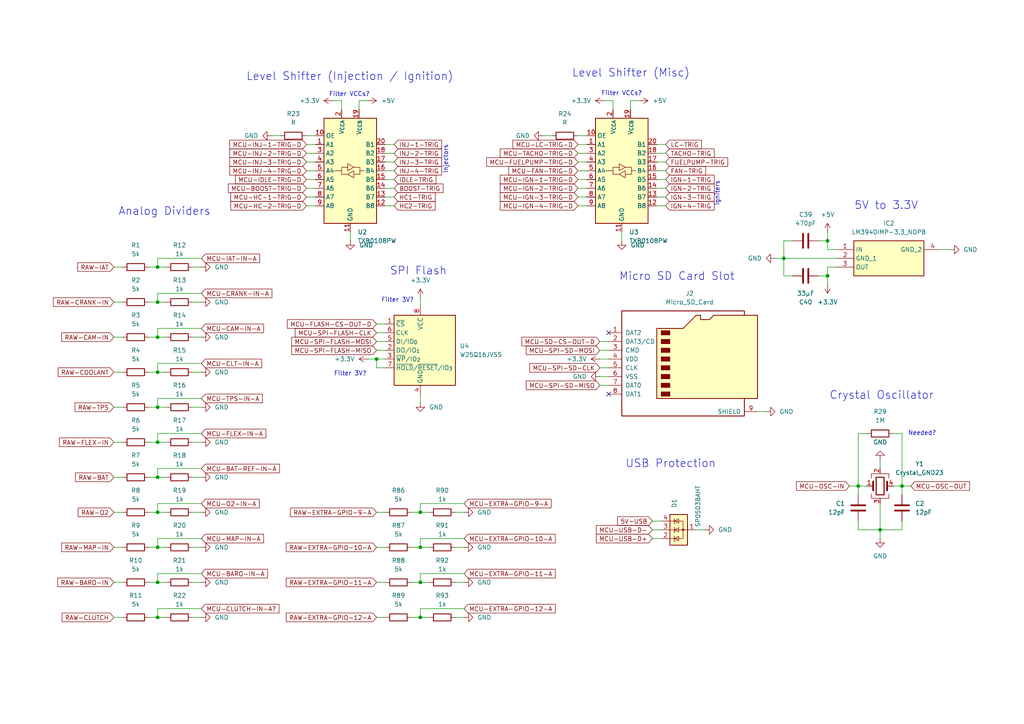
<source format=kicad_sch>
(kicad_sch (version 20250114) (generator "eeschema") (generator_version "9.0")
  (paper "A4")
  (lib_symbols
    (symbol "Connector:Micro_SD_Card" (pin_names (offset 1.016))
      (property "Reference" "J" (at -16.51 15.24 0))
      (property "Value" "Micro_SD_Card" (at 16.51 15.24 0))
      (symbol "Micro_SD_Card_1_1"
        (pin bidirectional line (at -22.86 7.62 0) (length 3.81) (name "DAT2") (number "1"))
        (pin bidirectional line (at -22.86 5.08 0) (length 3.81) (name "DAT3/CD") (number "2"))
        (pin input line (at -22.86 2.54 0) (length 3.81) (name "CMD") (number "3"))
        (pin power_in line (at -22.86 0 0) (length 3.81) (name "VDD") (number "4"))
        (pin input line (at -22.86 -2.54 0) (length 3.81) (name "CLK") (number "5"))
        (pin power_in line (at -22.86 -5.08 0) (length 3.81) (name "VSS") (number "6"))
        (pin bidirectional line (at -22.86 -7.62 0) (length 3.81) (name "DAT0") (number "7"))
        (pin bidirectional line (at -22.86 -10.16 0) (length 3.81) (name "DAT1") (number "8"))
        (pin passive line (at 20.32 -15.24 180) (length 3.81) (name "SHIELD") (number "9"))
      )
    )
    (symbol "Device:C" (pin_numbers (hide yes)) (pin_names (offset 0.254))
      (property "Reference" "C" (at 0.635 2.54 0))
      (property "Value" "C" (at 0.635 -2.54 0))
      (symbol "C_1_1"
        (pin passive line (at 0 3.81 270) (length 2.794) (name "~") (number "1"))
        (pin passive line (at 0 -3.81 90) (length 2.794) (name "~") (number "2"))
      )
    )
    (symbol "Device:Crystal_GND23" (pin_names (offset 1.016) (hide yes))
      (property "Reference" "Y" (at 3.175 5.08 0))
      (property "Value" "Crystal_GND23" (at 3.175 3.175 0))
      (symbol "Crystal_GND23_1_1"
        (pin passive line (at -3.81 0 0) (length 1.27) (name "1") (number "1"))
        (pin passive line (at 0 5.08 270) (length 1.27) (name "2") (number "2"))
        (pin passive line (at 0 -5.08 90) (length 1.27) (name "3") (number "3"))
        (pin passive line (at 3.81 0 180) (length 1.27) (name "4") (number "4"))
      )
    )
    (symbol "Device:R" (pin_numbers (hide yes)) (pin_names (offset 0))
      (property "Reference" "R" (at 2.032 0 90))
      (property "Value" "R" (at 0 0 90))
      (symbol "R_1_1"
        (pin passive line (at 0 3.81 270) (length 1.27) (name "~") (number "1"))
        (pin passive line (at 0 -3.81 90) (length 1.27) (name "~") (number "2"))
      )
    )
    (symbol "Logic_LevelTranslator:TXB0108PW"
      (property "Reference" "U" (at -6.35 16.51 0))
      (property "Value" "TXB0108PW" (at 3.81 16.51 0))
      (symbol "TXB0108PW_1_1"
        (pin input line (at -10.16 10.16 0) (length 2.54) (name "OE") (number "10"))
        (pin bidirectional line (at -10.16 7.62 0) (length 2.54) (name "A1") (number "1"))
        (pin bidirectional line (at -10.16 5.08 0) (length 2.54) (name "A2") (number "3"))
        (pin bidirectional line (at -10.16 2.54 0) (length 2.54) (name "A3") (number "4"))
        (pin bidirectional line (at -10.16 0 0) (length 2.54) (name "A4") (number "5"))
        (pin bidirectional line (at -10.16 -2.54 0) (length 2.54) (name "A5") (number "6"))
        (pin bidirectional line (at -10.16 -5.08 0) (length 2.54) (name "A6") (number "7"))
        (pin bidirectional line (at -10.16 -7.62 0) (length 2.54) (name "A7") (number "8"))
        (pin bidirectional line (at -10.16 -10.16 0) (length 2.54) (name "A8") (number "9"))
        (pin power_in line (at -2.54 17.78 270) (length 2.54) (name "V_{CCA}") (number "2"))
        (pin power_in line (at 0 -17.78 90) (length 2.54) (name "GND") (number "11"))
        (pin power_in line (at 2.54 17.78 270) (length 2.54) (name "V_{CCB}") (number "19"))
        (pin bidirectional line (at 10.16 7.62 180) (length 2.54) (name "B1") (number "20"))
        (pin bidirectional line (at 10.16 5.08 180) (length 2.54) (name "B2") (number "18"))
        (pin bidirectional line (at 10.16 2.54 180) (length 2.54) (name "B3") (number "17"))
        (pin bidirectional line (at 10.16 0 180) (length 2.54) (name "B4") (number "16"))
        (pin bidirectional line (at 10.16 -2.54 180) (length 2.54) (name "B5") (number "15"))
        (pin bidirectional line (at 10.16 -5.08 180) (length 2.54) (name "B6") (number "14"))
        (pin bidirectional line (at 10.16 -7.62 180) (length 2.54) (name "B7") (number "13"))
        (pin bidirectional line (at 10.16 -10.16 180) (length 2.54) (name "B8") (number "12"))
      )
    )
    (symbol "Memory_Flash:W25Q16JVSS"
      (property "Reference" "U" (at -6.35 11.43 0))
      (property "Value" "W25Q16JVSS" (at 7.62 11.43 0))
      (symbol "W25Q16JVSS_1_1"
        (pin input line (at -10.16 7.62 0) (length 2.54) (name "~{CS}") (number "1"))
        (pin input line (at -10.16 5.08 0) (length 2.54) (name "CLK") (number "6"))
        (pin bidirectional line (at -10.16 2.54 0) (length 2.54) (name "DI/IO_{0}") (number "5"))
        (pin bidirectional line (at -10.16 0 0) (length 2.54) (name "DO/IO_{1}") (number "2"))
        (pin bidirectional line (at -10.16 -2.54 0) (length 2.54) (name "~{WP}/IO_{2}") (number "3"))
        (pin bidirectional line (at -10.16 -5.08 0) (length 2.54) (name "~{HOLD}/~{RESET}/IO_{3}") (number "7"))
        (pin power_in line (at 0 12.7 270) (length 2.54) (name "VCC") (number "8"))
        (pin power_in line (at 0 -12.7 90) (length 2.54) (name "GND") (number "4"))
      )
    )
    (symbol "Misc:LM3940IMP-3.3_NOPB"
      (property "Reference" "IC" (at 26.67 7.62 0))
      (property "Value" "LM3940IMP-3.3_NOPB" (at 26.67 5.08 0))
      (symbol "LM3940IMP-3.3_NOPB_1_1"
        (pin passive line (at 0 0 0) (length 5.08) (name "IN") (number "1"))
        (pin passive line (at 0 -2.54 0) (length 5.08) (name "GND_1") (number "2"))
        (pin passive line (at 0 -5.08 0) (length 5.08) (name "OUT") (number "3"))
        (pin passive line (at 30.48 0 180) (length 5.08) (name "GND_2") (number "4"))
      )
    )
    (symbol "Power_Protection:SP0503BAHT" (pin_names (hide yes))
      (property "Reference" "D" (at 5.715 2.54 0))
      (property "Value" "SP0503BAHT" (at 5.715 0.635 0))
      (symbol "SP0503BAHT_0_0"
        (pin passive line (at 0 -5.08 90) (length 2.54) (name "A") (number "1"))
      )
      (symbol "SP0503BAHT_1_1"
        (pin passive line (at -2.54 5.08 270) (length 2.54) (name "K") (number "2"))
        (pin passive line (at 0 5.08 270) (length 2.54) (name "K") (number "3"))
        (pin passive line (at 2.54 5.08 270) (length 2.54) (name "K") (number "4"))
      )
    )
    (symbol "power:+3.3V" (power) (pin_numbers (hide yes)) (pin_names (offset 0) (hide yes))
      (property "Value" "+3.3V" (at 0 3.556 0))
      (symbol "+3.3V_1_1"
        (pin power_in line (at 0 0 90) (length 0) (name "~") (number "1"))
      )
    )
    (symbol "power:+5V" (power) (pin_numbers (hide yes)) (pin_names (offset 0) (hide yes))
      (property "Value" "+5V" (at 0 3.556 0))
      (symbol "+5V_1_1"
        (pin power_in line (at 0 0 90) (length 0) (name "~") (number "1"))
      )
    )
    (symbol "power:GND" (power) (pin_numbers (hide yes)) (pin_names (offset 0) (hide yes))
      (property "Value" "GND" (at 0 -3.81 0))
      (symbol "GND_1_1"
        (pin power_in line (at 0 0 270) (length 0) (name "~") (number "1"))
      )
    )
  )
  (text "5V to 3.3V" (at 257.048 59.69 0) (effects (font (size 2.286 2.286))))
  (text "Filter VCCs?" (at 180.34 27.178 0) (effects (font (size 1.27 1.27))))
  (text "Injectors" (at 129.286 46.228 90) (effects (font (size 1.27 1.27))))
  (text "Filter 3V?" (at 101.6 108.458 0) (effects (font (size 1.27 1.27))))
  (text "Filter VCCs?" (at 101.346 27.432 0) (effects (font (size 1.27 1.27))))
  (text "Crystal Oscillator" (at 240.538 116.078 0) (effects (font (size 2.286 2.286)) (justify left bottom)))
  (text "SPI Flash" (at 113.03 80.01 0) (effects (font (size 2.286 2.286)) (justify left bottom)))
  (text "Micro SD Card Slot" (at 196.342 80.264 0) (effects (font (size 2.286 2.286))))
  (text "USB Protection" (at 181.356 135.89 0) (effects (font (size 2.286 2.286)) (justify left bottom)))
  (text "Needed?" (at 267.462 125.73 0) (effects (font (size 1.27 1.27))))
  (text "Level Shifter (Injection / Ignition)" (at 71.374 23.622 0) (effects (font (size 2.286 2.286)) (justify left bottom)))
  (text "Igniters" (at 208.026 56.134 90) (effects (font (size 1.27 1.27))))
  (text "Filter 3V?" (at 115.316 87.122 0) (effects (font (size 1.27 1.27))))
  (text "Level Shifter (Misc)" (at 165.862 22.606 0) (effects (font (size 2.286 2.286)) (justify left bottom)))
  (text "Analog Dividers" (at 34.29 62.738 0) (effects (font (size 2.286 2.286)) (justify left bottom)))
  (junction (at 240.03 80.01))
  (junction (at 121.92 179.07))
  (junction (at 45.72 148.59))
  (junction (at 45.72 158.75))
  (junction (at 45.72 128.27))
  (junction (at 255.27 153.67))
  (junction (at 45.72 107.95))
  (junction (at 45.72 168.91))
  (junction (at 121.92 168.91))
  (junction (at 227.33 74.93))
  (junction (at 45.72 77.47))
  (junction (at 45.72 138.43))
  (junction (at 45.72 118.11))
  (junction (at 45.72 97.79))
  (junction (at 261.62 140.97))
  (junction (at 45.72 179.07))
  (junction (at 240.03 69.85))
  (junction (at 248.92 140.97))
  (junction (at 121.92 148.59))
  (junction (at 109.22 104.14))
  (junction (at 121.92 158.75))
  (junction (at 45.72 87.63))
  (no_connect (at 176.53 96.52))
  (no_connect (at 176.53 114.3))
  (wire (pts (xy 111.76 59.69) (xy 114.3 59.69)))
  (wire (pts (xy 121.92 156.21) (xy 121.92 158.75)))
  (wire (pts (xy 201.93 153.67) (xy 204.47 153.67)))
  (wire (pts (xy 173.99 99.06) (xy 176.53 99.06)))
  (wire (pts (xy 45.72 176.53) (xy 58.42 176.53)))
  (wire (pts (xy 96.52 29.21) (xy 99.06 29.21)))
  (wire (pts (xy 45.72 168.91) (xy 48.26 168.91)))
  (wire (pts (xy 58.42 125.73) (xy 45.72 125.73)))
  (wire (pts (xy 167.64 59.69) (xy 170.18 59.69)))
  (wire (pts (xy 182.88 29.21) (xy 185.42 29.21)))
  (wire (pts (xy 177.8 29.21) (xy 175.26 29.21)))
  (wire (pts (xy 121.92 148.59) (xy 124.46 148.59)))
  (wire (pts (xy 261.62 140.97) (xy 264.16 140.97)))
  (wire (pts (xy 33.02 118.11) (xy 35.56 118.11)))
  (wire (pts (xy 261.62 153.67) (xy 255.27 153.67)))
  (wire (pts (xy 55.88 77.47) (xy 58.42 77.47)))
  (wire (pts (xy 190.5 41.91) (xy 193.04 41.91)))
  (wire (pts (xy 58.42 146.05) (xy 45.72 146.05)))
  (wire (pts (xy 109.22 148.59) (xy 111.76 148.59)))
  (wire (pts (xy 45.72 85.09) (xy 58.42 85.09)))
  (wire (pts (xy 43.18 97.79) (xy 45.72 97.79)))
  (wire (pts (xy 55.88 87.63) (xy 58.42 87.63)))
  (wire (pts (xy 240.03 80.01) (xy 240.03 82.55)))
  (wire (pts (xy 111.76 57.15) (xy 114.3 57.15)))
  (wire (pts (xy 189.23 153.67) (xy 191.77 153.67)))
  (wire (pts (xy 109.22 96.52) (xy 111.76 96.52)))
  (wire (pts (xy 55.88 158.75) (xy 58.42 158.75)))
  (wire (pts (xy 119.38 168.91) (xy 121.92 168.91)))
  (wire (pts (xy 248.92 151.13) (xy 248.92 153.67)))
  (wire (pts (xy 240.03 77.47) (xy 242.57 77.47)))
  (wire (pts (xy 55.88 148.59) (xy 58.42 148.59)))
  (wire (pts (xy 190.5 54.61) (xy 193.04 54.61)))
  (wire (pts (xy 109.22 106.68) (xy 109.22 104.14)))
  (wire (pts (xy 33.02 128.27) (xy 35.56 128.27)))
  (wire (pts (xy 55.88 107.95) (xy 58.42 107.95)))
  (wire (pts (xy 43.18 107.95) (xy 45.72 107.95)))
  (wire (pts (xy 119.38 179.07) (xy 121.92 179.07)))
  (wire (pts (xy 167.64 49.53) (xy 170.18 49.53)))
  (wire (pts (xy 104.14 29.21) (xy 104.14 31.75)))
  (wire (pts (xy 109.22 104.14) (xy 111.76 104.14)))
  (wire (pts (xy 240.03 67.31) (xy 240.03 69.85)))
  (wire (pts (xy 182.88 31.75) (xy 182.88 29.21)))
  (wire (pts (xy 111.76 52.07) (xy 114.3 52.07)))
  (wire (pts (xy 33.02 179.07) (xy 35.56 179.07)))
  (wire (pts (xy 259.08 140.97) (xy 261.62 140.97)))
  (wire (pts (xy 248.92 153.67) (xy 255.27 153.67)))
  (wire (pts (xy 167.64 52.07) (xy 170.18 52.07)))
  (wire (pts (xy 173.99 109.22) (xy 176.53 109.22)))
  (wire (pts (xy 121.92 156.21) (xy 134.62 156.21)))
  (wire (pts (xy 45.72 148.59) (xy 48.26 148.59)))
  (wire (pts (xy 132.08 148.59) (xy 134.62 148.59)))
  (wire (pts (xy 189.23 151.13) (xy 191.77 151.13)))
  (wire (pts (xy 88.9 54.61) (xy 91.44 54.61)))
  (wire (pts (xy 132.08 168.91) (xy 134.62 168.91)))
  (wire (pts (xy 88.9 52.07) (xy 91.44 52.07)))
  (wire (pts (xy 227.33 74.93) (xy 242.57 74.93)))
  (wire (pts (xy 55.88 97.79) (xy 58.42 97.79)))
  (wire (pts (xy 45.72 156.21) (xy 58.42 156.21)))
  (wire (pts (xy 173.99 111.76) (xy 176.53 111.76)))
  (wire (pts (xy 229.87 69.85) (xy 227.33 69.85)))
  (wire (pts (xy 173.99 106.68) (xy 176.53 106.68)))
  (wire (pts (xy 45.72 176.53) (xy 45.72 179.07)))
  (wire (pts (xy 45.72 128.27) (xy 48.26 128.27)))
  (wire (pts (xy 45.72 118.11) (xy 48.26 118.11)))
  (wire (pts (xy 45.72 105.41) (xy 58.42 105.41)))
  (wire (pts (xy 43.18 158.75) (xy 45.72 158.75)))
  (wire (pts (xy 190.5 44.45) (xy 193.04 44.45)))
  (wire (pts (xy 246.38 140.97) (xy 248.92 140.97)))
  (wire (pts (xy 43.18 179.07) (xy 45.72 179.07)))
  (wire (pts (xy 167.64 57.15) (xy 170.18 57.15)))
  (wire (pts (xy 111.76 46.99) (xy 114.3 46.99)))
  (wire (pts (xy 45.72 115.57) (xy 45.72 118.11)))
  (wire (pts (xy 167.64 46.99) (xy 170.18 46.99)))
  (wire (pts (xy 132.08 158.75) (xy 134.62 158.75)))
  (wire (pts (xy 99.06 29.21) (xy 99.06 31.75)))
  (wire (pts (xy 167.64 44.45) (xy 170.18 44.45)))
  (wire (pts (xy 237.49 69.85) (xy 240.03 69.85)))
  (wire (pts (xy 106.68 104.14) (xy 109.22 104.14)))
  (wire (pts (xy 121.92 86.36) (xy 121.92 88.9)))
  (wire (pts (xy 240.03 80.01) (xy 240.03 77.47)))
  (wire (pts (xy 111.76 41.91) (xy 114.3 41.91)))
  (wire (pts (xy 45.72 97.79) (xy 48.26 97.79)))
  (wire (pts (xy 248.92 140.97) (xy 248.92 143.51)))
  (wire (pts (xy 45.72 156.21) (xy 45.72 158.75)))
  (wire (pts (xy 134.62 146.05) (xy 121.92 146.05)))
  (wire (pts (xy 58.42 95.25) (xy 45.72 95.25)))
  (wire (pts (xy 121.92 176.53) (xy 134.62 176.53)))
  (wire (pts (xy 101.6 69.85) (xy 101.6 67.31)))
  (wire (pts (xy 261.62 125.73) (xy 261.62 140.97)))
  (wire (pts (xy 189.23 156.21) (xy 191.77 156.21)))
  (wire (pts (xy 219.71 119.38) (xy 222.25 119.38)))
  (wire (pts (xy 45.72 74.93) (xy 45.72 77.47)))
  (wire (pts (xy 240.03 72.39) (xy 240.03 69.85)))
  (wire (pts (xy 55.88 118.11) (xy 58.42 118.11)))
  (wire (pts (xy 119.38 148.59) (xy 121.92 148.59)))
  (wire (pts (xy 88.9 39.37) (xy 91.44 39.37)))
  (wire (pts (xy 45.72 166.37) (xy 45.72 168.91)))
  (wire (pts (xy 227.33 74.93) (xy 224.79 74.93)))
  (wire (pts (xy 109.22 99.06) (xy 111.76 99.06)))
  (wire (pts (xy 55.88 179.07) (xy 58.42 179.07)))
  (wire (pts (xy 106.68 29.21) (xy 104.14 29.21)))
  (wire (pts (xy 173.99 101.6) (xy 176.53 101.6)))
  (wire (pts (xy 88.9 41.91) (xy 91.44 41.91)))
  (wire (pts (xy 190.5 52.07) (xy 193.04 52.07)))
  (wire (pts (xy 121.92 179.07) (xy 124.46 179.07)))
  (wire (pts (xy 45.72 87.63) (xy 48.26 87.63)))
  (wire (pts (xy 173.99 104.14) (xy 176.53 104.14)))
  (wire (pts (xy 240.03 72.39) (xy 242.57 72.39)))
  (wire (pts (xy 121.92 146.05) (xy 121.92 148.59)))
  (wire (pts (xy 33.02 97.79) (xy 35.56 97.79)))
  (wire (pts (xy 45.72 135.89) (xy 45.72 138.43)))
  (wire (pts (xy 180.34 67.31) (xy 180.34 69.85)))
  (wire (pts (xy 167.64 39.37) (xy 170.18 39.37)))
  (wire (pts (xy 55.88 168.91) (xy 58.42 168.91)))
  (wire (pts (xy 58.42 74.93) (xy 45.72 74.93)))
  (wire (pts (xy 119.38 158.75) (xy 121.92 158.75)))
  (wire (pts (xy 109.22 179.07) (xy 111.76 179.07)))
  (wire (pts (xy 132.08 179.07) (xy 134.62 179.07)))
  (wire (pts (xy 33.02 77.47) (xy 35.56 77.47)))
  (wire (pts (xy 88.9 59.69) (xy 91.44 59.69)))
  (wire (pts (xy 121.92 158.75) (xy 124.46 158.75)))
  (wire (pts (xy 121.92 166.37) (xy 121.92 168.91)))
  (wire (pts (xy 111.76 54.61) (xy 114.3 54.61)))
  (wire (pts (xy 43.18 118.11) (xy 45.72 118.11)))
  (wire (pts (xy 45.72 125.73) (xy 45.72 128.27)))
  (wire (pts (xy 88.9 49.53) (xy 91.44 49.53)))
  (wire (pts (xy 78.74 39.37) (xy 81.28 39.37)))
  (wire (pts (xy 45.72 95.25) (xy 45.72 97.79)))
  (wire (pts (xy 255.27 146.05) (xy 255.27 153.67)))
  (wire (pts (xy 157.48 39.37) (xy 160.02 39.37)))
  (wire (pts (xy 45.72 115.57) (xy 58.42 115.57)))
  (wire (pts (xy 33.02 168.91) (xy 35.56 168.91)))
  (wire (pts (xy 167.64 54.61) (xy 170.18 54.61)))
  (wire (pts (xy 43.18 168.91) (xy 45.72 168.91)))
  (wire (pts (xy 45.72 107.95) (xy 48.26 107.95)))
  (wire (pts (xy 43.18 148.59) (xy 45.72 148.59)))
  (wire (pts (xy 55.88 128.27) (xy 58.42 128.27)))
  (wire (pts (xy 45.72 146.05) (xy 45.72 148.59)))
  (wire (pts (xy 43.18 87.63) (xy 45.72 87.63)))
  (wire (pts (xy 55.88 138.43) (xy 58.42 138.43)))
  (wire (pts (xy 229.87 80.01) (xy 227.33 80.01)))
  (wire (pts (xy 43.18 128.27) (xy 45.72 128.27)))
  (wire (pts (xy 88.9 46.99) (xy 91.44 46.99)))
  (wire (pts (xy 255.27 153.67) (xy 255.27 156.21)))
  (wire (pts (xy 58.42 135.89) (xy 45.72 135.89)))
  (wire (pts (xy 45.72 105.41) (xy 45.72 107.95)))
  (wire (pts (xy 109.22 93.98) (xy 111.76 93.98)))
  (wire (pts (xy 261.62 151.13) (xy 261.62 153.67)))
  (wire (pts (xy 88.9 57.15) (xy 91.44 57.15)))
  (wire (pts (xy 121.92 114.3) (xy 121.92 116.84)))
  (wire (pts (xy 45.72 138.43) (xy 48.26 138.43)))
  (wire (pts (xy 121.92 166.37) (xy 134.62 166.37)))
  (wire (pts (xy 255.27 133.35) (xy 255.27 135.89)))
  (wire (pts (xy 45.72 77.47) (xy 48.26 77.47)))
  (wire (pts (xy 33.02 87.63) (xy 35.56 87.63)))
  (wire (pts (xy 190.5 59.69) (xy 193.04 59.69)))
  (wire (pts (xy 33.02 148.59) (xy 35.56 148.59)))
  (wire (pts (xy 111.76 44.45) (xy 114.3 44.45)))
  (wire (pts (xy 45.72 85.09) (xy 45.72 87.63)))
  (wire (pts (xy 109.22 101.6) (xy 111.76 101.6)))
  (wire (pts (xy 190.5 49.53) (xy 193.04 49.53)))
  (wire (pts (xy 177.8 31.75) (xy 177.8 29.21)))
  (wire (pts (xy 109.22 158.75) (xy 111.76 158.75)))
  (wire (pts (xy 251.46 140.97) (xy 248.92 140.97)))
  (wire (pts (xy 237.49 80.01) (xy 240.03 80.01)))
  (wire (pts (xy 121.92 176.53) (xy 121.92 179.07)))
  (wire (pts (xy 43.18 77.47) (xy 45.72 77.47)))
  (wire (pts (xy 273.05 72.39) (xy 275.59 72.39)))
  (wire (pts (xy 261.62 140.97) (xy 261.62 143.51)))
  (wire (pts (xy 33.02 138.43) (xy 35.56 138.43)))
  (wire (pts (xy 45.72 166.37) (xy 58.42 166.37)))
  (wire (pts (xy 88.9 44.45) (xy 91.44 44.45)))
  (wire (pts (xy 45.72 158.75) (xy 48.26 158.75)))
  (wire (pts (xy 109.22 168.91) (xy 111.76 168.91)))
  (wire (pts (xy 248.92 140.97) (xy 248.92 125.73)))
  (wire (pts (xy 248.92 125.73) (xy 251.46 125.73)))
  (wire (pts (xy 259.08 125.73) (xy 261.62 125.73)))
  (wire (pts (xy 111.76 49.53) (xy 114.3 49.53)))
  (wire (pts (xy 190.5 46.99) (xy 193.04 46.99)))
  (wire (pts (xy 167.64 41.91) (xy 170.18 41.91)))
  (wire (pts (xy 121.92 168.91) (xy 124.46 168.91)))
  (wire (pts (xy 227.33 74.93) (xy 227.33 80.01)))
  (wire (pts (xy 227.33 69.85) (xy 227.33 74.93)))
  (wire (pts (xy 45.72 179.07) (xy 48.26 179.07)))
  (wire (pts (xy 111.76 106.68) (xy 109.22 106.68)))
  (wire (pts (xy 43.18 138.43) (xy 45.72 138.43)))
  (wire (pts (xy 190.5 57.15) (xy 193.04 57.15)))
  (wire (pts (xy 33.02 158.75) (xy 35.56 158.75)))
  (wire (pts (xy 33.02 107.95) (xy 35.56 107.95)))
  (global_label "MCU-USB-D+" (shape input) (at 189.23 156.21 180) (property "Intersheetrefs" "${INTERSHEET_REFS}" (effects (hide yes))))
  (global_label "MCU-INJ-1-TRIG-D" (shape input) (at 88.9 41.91 180) (property "Intersheetrefs" "${INTERSHEET_REFS}" (effects (hide yes))))
  (global_label "IGN-3-TRIG" (shape input) (at 193.04 57.15 0) (property "Intersheetrefs" "${INTERSHEET_REFS}" (effects (hide yes))))
  (global_label "MCU-CRANK-IN-A" (shape input) (at 58.42 85.09 0) (property "Intersheetrefs" "${INTERSHEET_REFS}" (effects (hide yes))))
  (global_label "5V-USB" (shape input) (at 189.23 151.13 180) (property "Intersheetrefs" "${INTERSHEET_REFS}" (effects (hide yes))))
  (global_label "MCU-FAN-TRIG-D" (shape input) (at 167.64 49.53 180) (property "Intersheetrefs" "${INTERSHEET_REFS}" (effects (hide yes))))
  (global_label "MCU-FLASH-CS-OUT-D" (shape input) (at 109.22 93.98 180) (property "Intersheetrefs" "${INTERSHEET_REFS}" (effects (hide yes))))
  (global_label "MCU-TPS-IN-A" (shape input) (at 58.42 115.57 0) (property "Intersheetrefs" "${INTERSHEET_REFS}" (effects (hide yes))))
  (global_label "HC1-TRIG" (shape input) (at 114.3 57.15 0) (property "Intersheetrefs" "${INTERSHEET_REFS}" (effects (hide yes))))
  (global_label "RAW-EXTRA-GPIO-11-A" (shape input) (at 109.22 168.91 180) (property "Intersheetrefs" "${INTERSHEET_REFS}" (effects (hide yes))))
  (global_label "RAW-BAT" (shape input) (at 33.02 138.43 180) (property "Intersheetrefs" "${INTERSHEET_REFS}" (effects (hide yes))))
  (global_label "MCU-OSC-IN" (shape input) (at 246.38 140.97 180) (property "Intersheetrefs" "${INTERSHEET_REFS}" (effects (hide yes))))
  (global_label "MCU-SPI-SD-MISO" (shape input) (at 173.99 111.76 180) (property "Intersheetrefs" "${INTERSHEET_REFS}" (effects (hide yes))))
  (global_label "RAW-EXTRA-GPIO-12-A" (shape input) (at 109.22 179.07 180) (property "Intersheetrefs" "${INTERSHEET_REFS}" (effects (hide yes))))
  (global_label "IGN-1-TRIG" (shape input) (at 193.04 52.07 0) (property "Intersheetrefs" "${INTERSHEET_REFS}" (effects (hide yes))))
  (global_label "RAW-BARO-IN" (shape input) (at 33.02 168.91 180) (property "Intersheetrefs" "${INTERSHEET_REFS}" (effects (hide yes))))
  (global_label "RAW-CAM-IN" (shape input) (at 33.02 97.79 180) (property "Intersheetrefs" "${INTERSHEET_REFS}" (effects (hide yes))))
  (global_label "MCU-EXTRA-GPIO-10-A" (shape input) (at 134.62 156.21 0) (property "Intersheetrefs" "${INTERSHEET_REFS}" (effects (hide yes))))
  (global_label "MCU-LC-TRIG-D" (shape input) (at 167.64 41.91 180) (property "Intersheetrefs" "${INTERSHEET_REFS}" (effects (hide yes))))
  (global_label "MCU-CLT-IN-A" (shape input) (at 58.42 105.41 0) (property "Intersheetrefs" "${INTERSHEET_REFS}" (effects (hide yes))))
  (global_label "MCU-CLUTCH-IN-A?" (shape input) (at 58.42 176.53 0) (property "Intersheetrefs" "${INTERSHEET_REFS}" (effects (hide yes))))
  (global_label "MCU-IGN-4-TRIG-D" (shape input) (at 167.64 59.69 180) (property "Intersheetrefs" "${INTERSHEET_REFS}" (effects (hide yes))))
  (global_label "MCU-SPI-FLASH-MOSI" (shape input) (at 109.22 99.06 180) (property "Intersheetrefs" "${INTERSHEET_REFS}" (effects (hide yes))))
  (global_label "MCU-BAT-REF-IN-A" (shape input) (at 58.42 135.89 0) (property "Intersheetrefs" "${INTERSHEET_REFS}" (effects (hide yes))))
  (global_label "RAW-CLUTCH" (shape input) (at 33.02 179.07 180) (property "Intersheetrefs" "${INTERSHEET_REFS}" (effects (hide yes))))
  (global_label "IDLE-TRIG" (shape input) (at 114.3 52.07 0) (property "Intersheetrefs" "${INTERSHEET_REFS}" (effects (hide yes))))
  (global_label "MCU-O2-IN-A" (shape input) (at 58.42 146.05 0) (property "Intersheetrefs" "${INTERSHEET_REFS}" (effects (hide yes))))
  (global_label "MCU-IGN-1-TRIG-D" (shape input) (at 167.64 52.07 180) (property "Intersheetrefs" "${INTERSHEET_REFS}" (effects (hide yes))))
  (global_label "MCU-SPI-SD-MOSI" (shape input) (at 173.99 101.6 180) (property "Intersheetrefs" "${INTERSHEET_REFS}" (effects (hide yes))))
  (global_label "HC2-TRIG" (shape input) (at 114.3 59.69 0) (property "Intersheetrefs" "${INTERSHEET_REFS}" (effects (hide yes))))
  (global_label "IGN-4-TRIG" (shape input) (at 193.04 59.69 0) (property "Intersheetrefs" "${INTERSHEET_REFS}" (effects (hide yes))))
  (global_label "MCU-INJ-4-TRIG-D" (shape input) (at 88.9 49.53 180) (property "Intersheetrefs" "${INTERSHEET_REFS}" (effects (hide yes))))
  (global_label "MCU-EXTRA-GPIO-11-A" (shape input) (at 134.62 166.37 0) (property "Intersheetrefs" "${INTERSHEET_REFS}" (effects (hide yes))))
  (global_label "MCU-BARO-IN-A" (shape input) (at 58.42 166.37 0) (property "Intersheetrefs" "${INTERSHEET_REFS}" (effects (hide yes))))
  (global_label "RAW-MAP-IN" (shape input) (at 33.02 158.75 180) (property "Intersheetrefs" "${INTERSHEET_REFS}" (effects (hide yes))))
  (global_label "MCU-IAT-IN-A" (shape input) (at 58.42 74.93 0) (property "Intersheetrefs" "${INTERSHEET_REFS}" (effects (hide yes))))
  (global_label "MCU-IGN-3-TRIG-D" (shape input) (at 167.64 57.15 180) (property "Intersheetrefs" "${INTERSHEET_REFS}" (effects (hide yes))))
  (global_label "MCU-EXTRA-GPIO-9-A" (shape input) (at 134.62 146.05 0) (property "Intersheetrefs" "${INTERSHEET_REFS}" (effects (hide yes))))
  (global_label "IGN-2-TRIG" (shape input) (at 193.04 54.61 0) (property "Intersheetrefs" "${INTERSHEET_REFS}" (effects (hide yes))))
  (global_label "MCU-SPI-SD-CLK" (shape input) (at 173.99 106.68 180) (property "Intersheetrefs" "${INTERSHEET_REFS}" (effects (hide yes))))
  (global_label "INJ-1-TRIG" (shape input) (at 114.3 41.91 0) (property "Intersheetrefs" "${INTERSHEET_REFS}" (effects (hide yes))))
  (global_label "MCU-IDLE-TRIG-D" (shape input) (at 88.9 52.07 180) (property "Intersheetrefs" "${INTERSHEET_REFS}" (effects (hide yes))))
  (global_label "MCU-SPI-FLASH-MISO" (shape input) (at 109.22 101.6 180) (property "Intersheetrefs" "${INTERSHEET_REFS}" (effects (hide yes))))
  (global_label "TACHO-TRIG" (shape input) (at 193.04 44.45 0) (property "Intersheetrefs" "${INTERSHEET_REFS}" (effects (hide yes))))
  (global_label "MCU-TACHO-TRIG-D" (shape input) (at 167.64 44.45 180) (property "Intersheetrefs" "${INTERSHEET_REFS}" (effects (hide yes))))
  (global_label "MCU-HC-2-TRIG-D" (shape input) (at 88.9 59.69 180) (property "Intersheetrefs" "${INTERSHEET_REFS}" (effects (hide yes))))
  (global_label "INJ-4-TRIG" (shape input) (at 114.3 49.53 0) (property "Intersheetrefs" "${INTERSHEET_REFS}" (effects (hide yes))))
  (global_label "MCU-EXTRA-GPIO-12-A" (shape input) (at 134.62 176.53 0) (property "Intersheetrefs" "${INTERSHEET_REFS}" (effects (hide yes))))
  (global_label "RAW-TPS" (shape input) (at 33.02 118.11 180) (property "Intersheetrefs" "${INTERSHEET_REFS}" (effects (hide yes))))
  (global_label "MCU-HC-1-TRIG-D" (shape input) (at 88.9 57.15 180) (property "Intersheetrefs" "${INTERSHEET_REFS}" (effects (hide yes))))
  (global_label "RAW-FLEX-IN" (shape input) (at 33.02 128.27 180) (property "Intersheetrefs" "${INTERSHEET_REFS}" (effects (hide yes))))
  (global_label "RAW-EXTRA-GPIO-9-A" (shape input) (at 109.22 148.59 180) (property "Intersheetrefs" "${INTERSHEET_REFS}" (effects (hide yes))))
  (global_label "RAW-CRANK-IN" (shape input) (at 33.02 87.63 180) (property "Intersheetrefs" "${INTERSHEET_REFS}" (effects (hide yes))))
  (global_label "MCU-SPI-FLASH-CLK" (shape input) (at 109.22 96.52 180) (property "Intersheetrefs" "${INTERSHEET_REFS}" (effects (hide yes))))
  (global_label "FAN-TRIG" (shape input) (at 193.04 49.53 0) (property "Intersheetrefs" "${INTERSHEET_REFS}" (effects (hide yes))))
  (global_label "MCU-OSC-OUT" (shape input) (at 264.16 140.97 0) (property "Intersheetrefs" "${INTERSHEET_REFS}" (effects (hide yes))))
  (global_label "MCU-IGN-2-TRIG-D" (shape input) (at 167.64 54.61 180) (property "Intersheetrefs" "${INTERSHEET_REFS}" (effects (hide yes))))
  (global_label "FUELPUMP-TRIG" (shape input) (at 193.04 46.99 0) (property "Intersheetrefs" "${INTERSHEET_REFS}" (effects (hide yes))))
  (global_label "MCU-FLEX-IN-A" (shape input) (at 58.42 125.73 0) (property "Intersheetrefs" "${INTERSHEET_REFS}" (effects (hide yes))))
  (global_label "MCU-FUELPUMP-TRIG-D" (shape input) (at 167.64 46.99 180) (property "Intersheetrefs" "${INTERSHEET_REFS}" (effects (hide yes))))
  (global_label "MCU-USB-D-" (shape input) (at 189.23 153.67 180) (property "Intersheetrefs" "${INTERSHEET_REFS}" (effects (hide yes))))
  (global_label "MCU-MAP-IN-A" (shape input) (at 58.42 156.21 0) (property "Intersheetrefs" "${INTERSHEET_REFS}" (effects (hide yes))))
  (global_label "INJ-3-TRIG" (shape input) (at 114.3 46.99 0) (property "Intersheetrefs" "${INTERSHEET_REFS}" (effects (hide yes))))
  (global_label "MCU-CAM-IN-A" (shape input) (at 58.42 95.25 0) (property "Intersheetrefs" "${INTERSHEET_REFS}" (effects (hide yes))))
  (global_label "INJ-2-TRIG" (shape input) (at 114.3 44.45 0) (property "Intersheetrefs" "${INTERSHEET_REFS}" (effects (hide yes))))
  (global_label "BOOST-TRIG" (shape input) (at 114.3 54.61 0) (property "Intersheetrefs" "${INTERSHEET_REFS}" (effects (hide yes))))
  (global_label "RAW-IAT" (shape input) (at 33.02 77.47 180) (property "Intersheetrefs" "${INTERSHEET_REFS}" (effects (hide yes))))
  (global_label "MCU-INJ-3-TRIG-D" (shape input) (at 88.9 46.99 180) (property "Intersheetrefs" "${INTERSHEET_REFS}" (effects (hide yes))))
  (global_label "MCU-BOOST-TRIG-D" (shape input) (at 88.9 54.61 180) (property "Intersheetrefs" "${INTERSHEET_REFS}" (effects (hide yes))))
  (global_label "RAW-O2" (shape input) (at 33.02 148.59 180) (property "Intersheetrefs" "${INTERSHEET_REFS}" (effects (hide yes))))
  (global_label "MCU-SD-CS-OUT-D" (shape input) (at 173.99 99.06 180) (property "Intersheetrefs" "${INTERSHEET_REFS}" (effects (hide yes))))
  (global_label "RAW-EXTRA-GPIO-10-A" (shape input) (at 109.22 158.75 180) (property "Intersheetrefs" "${INTERSHEET_REFS}" (effects (hide yes))))
  (global_label "MCU-INJ-2-TRIG-D" (shape input) (at 88.9 44.45 180) (property "Intersheetrefs" "${INTERSHEET_REFS}" (effects (hide yes))))
  (global_label "RAW-COOLANT" (shape input) (at 33.02 107.95 180) (property "Intersheetrefs" "${INTERSHEET_REFS}" (effects (hide yes))))
  (global_label "LC-TRIG" (shape input) (at 193.04 41.91 0) (property "Intersheetrefs" "${INTERSHEET_REFS}" (effects (hide yes))))
  (symbol (lib_id "power:+5V") (at 240.03 67.31 0) (unit 1)
    (property "Reference" "#PWR011" (effects (hide yes)))
    (property "Value" "+5V" (at 240.03 62.23 0))
    (property "Description" "Power symbol creates a global label with name \"+5V\"" (effects (hide yes)))
  )
  (symbol (lib_id "power:GND") (at 58.42 97.79 90) (unit 1)
    (property "Reference" "#PWR0128" (effects (hide yes)))
    (property "Value" "GND" (at 62.23 97.7899 90) (effects (justify right)))
    (property "Description" "Power symbol creates a global label with name \"GND\" , ground" (effects (hide yes)))
  )
  (symbol (lib_id "Device:R") (at 163.83 39.37 90) (unit 1)
    (property "Reference" "R24" (at 163.83 33.02 90))
    (property "Value" "R" (at 163.83 35.56 90))
    (property "Footprint" "Resistor_SMD:R_0805_2012Metric" (effects (hide yes)))
    (property "Description" "Resistor" (effects (hide yes)))
  )
  (symbol (lib_id "power:GND") (at 78.74 39.37 270) (unit 1)
    (property "Reference" "#PWR0118" (effects (hide yes)))
    (property "Value" "GND" (at 74.93 39.3699 90) (effects (justify right)))
    (property "Description" "Power symbol creates a global label with name \"GND\" , ground" (effects (hide yes)))
  )
  (symbol (lib_id "Memory_Flash:W25Q16JVSS") (at 121.92 101.6 0) (unit 1)
    (property "Reference" "U4" (at 133.35 100.3299 0) (effects (justify left)))
    (property "Value" "W25Q16JVSS" (at 133.35 102.8699 0) (effects (justify left)))
    (property "Footprint" "Package_SO:SOIC-8_5.3x5.3mm_P1.27mm" (effects (hide yes)))
    (property "Datasheet" "https://www.winbond.com/hq/support/documentation/levelOne.jsp?__locale=en&DocNo=DA00-W25Q16JV.1" (effects (hide yes)))
    (property "Description" "16Mbit / 2MiB Serial Flash Memory, Standard/Dual/Quad SPI, 2.7-3.6V, SOIC-8 (208 mil)" (effects (hide yes)))
  )
  (symbol (lib_id "power:GND") (at 58.42 87.63 90) (unit 1)
    (property "Reference" "#PWR0127" (effects (hide yes)))
    (property "Value" "GND" (at 62.23 87.6299 90) (effects (justify right)))
    (property "Description" "Power symbol creates a global label with name \"GND\" , ground" (effects (hide yes)))
  )
  (symbol (lib_id "power:GND") (at 58.42 118.11 90) (unit 1)
    (property "Reference" "#PWR0131" (effects (hide yes)))
    (property "Value" "GND" (at 62.23 118.1099 90) (effects (justify right)))
    (property "Description" "Power symbol creates a global label with name \"GND\" , ground" (effects (hide yes)))
  )
  (symbol (lib_id "power:GND") (at 58.42 107.95 90) (unit 1)
    (property "Reference" "#PWR0125" (effects (hide yes)))
    (property "Value" "GND" (at 62.23 107.9499 90) (effects (justify right)))
    (property "Description" "Power symbol creates a global label with name \"GND\" , ground" (effects (hide yes)))
  )
  (symbol (lib_id "Device:R") (at 52.07 168.91 90) (unit 1)
    (property "Reference" "R21" (at 52.07 162.56 90))
    (property "Value" "1k" (at 52.07 165.1 90))
    (property "Footprint" "Resistor_SMD:R_0805_2012Metric" (effects (hide yes)))
    (property "Description" "Resistor" (effects (hide yes)))
  )
  (symbol (lib_id "power:+5V") (at 185.42 29.21 270) (unit 1)
    (property "Reference" "#PWR0110" (effects (hide yes)))
    (property "Value" "+5V" (at 189.23 29.2099 90) (effects (justify left)))
    (property "Description" "Power symbol creates a global label with name \"+5V\"" (effects (hide yes)))
  )
  (symbol (lib_id "Device:Crystal_GND23") (at 255.27 140.97 0) (unit 1)
    (property "Reference" "Y1" (at 266.7 134.5498 0))
    (property "Value" "Crystal_GND23" (at 266.7 137.0898 0))
    (property "Footprint" "Crystal:Crystal_SMD_5032-4Pin_5.0x3.2mm" (effects (hide yes)))
    (property "Description" "Four pin crystal, GND on pins 2 and 3" (effects (hide yes)))
  )
  (symbol (lib_id "Device:R") (at 128.27 148.59 90) (unit 1)
    (property "Reference" "R90" (at 128.27 142.24 90))
    (property "Value" "1k" (at 128.27 144.78 90))
    (property "Footprint" "Resistor_SMD:R_0805_2012Metric" (effects (hide yes)))
    (property "Description" "Resistor" (effects (hide yes)))
  )
  (symbol (lib_id "Device:C") (at 233.68 69.85 90) (unit 1)
    (property "Reference" "C39" (at 233.68 62.23 90))
    (property "Value" "470pF" (at 233.68 64.77 90))
    (property "Footprint" "Capacitor_SMD:C_0805_2012Metric" (effects (hide yes)))
    (property "Description" "Unpolarized capacitor" (effects (hide yes)))
  )
  (symbol (lib_id "power:GND") (at 204.47 153.67 90) (unit 1)
    (property "Reference" "#PWR0114" (effects (hide yes)))
    (property "Value" "GND" (at 208.28 153.6699 90) (effects (justify right)))
    (property "Description" "Power symbol creates a global label with name \"GND\" , ground" (effects (hide yes)))
  )
  (symbol (lib_id "power:GND") (at 58.42 179.07 90) (unit 1)
    (property "Reference" "#PWR0132" (effects (hide yes)))
    (property "Value" "GND" (at 62.23 179.0699 90) (effects (justify right)))
    (property "Description" "Power symbol creates a global label with name \"GND\" , ground" (effects (hide yes)))
  )
  (symbol (lib_id "Logic_LevelTranslator:TXB0108PW") (at 101.6 49.53 0) (unit 1)
    (property "Reference" "U2" (at 103.7433 67.31 0) (effects (justify left)))
    (property "Value" "TXB0108PW" (at 103.7433 69.85 0) (effects (justify left)))
    (property "Footprint" "Package_SO:TSSOP-20_4.4x6.5mm_P0.65mm" (effects (hide yes)))
    (property "Datasheet" "http://www.ti.com/lit/ds/symlink/txb0108.pdf" (effects (hide yes)))
    (property "Description" "8-Bit Bidirectional Voltage-Level Translator, Auto Direction Sensing and ±15-kV ESD Protection, 1.2 - 3.6V APort, 1.65 - 5.5V BPort, TSSOP-20" (effects (hide yes)))
  )
  (symbol (lib_id "power:GND") (at 58.42 158.75 90) (unit 1)
    (property "Reference" "#PWR0124" (effects (hide yes)))
    (property "Value" "GND" (at 62.23 158.7499 90) (effects (justify right)))
    (property "Description" "Power symbol creates a global label with name \"GND\" , ground" (effects (hide yes)))
  )
  (symbol (lib_id "power:GND") (at 134.62 168.91 90) (unit 1)
    (property "Reference" "#PWR0142" (effects (hide yes)))
    (property "Value" "GND" (at 138.43 168.9099 90) (effects (justify right)))
    (property "Description" "Power symbol creates a global label with name \"GND\" , ground" (effects (hide yes)))
  )
  (symbol (lib_id "Device:R") (at 39.37 179.07 90) (unit 1)
    (property "Reference" "R11" (at 39.37 172.72 90))
    (property "Value" "5k" (at 39.37 175.26 90))
    (property "Footprint" "Resistor_SMD:R_0805_2012Metric" (effects (hide yes)))
    (property "Description" "Resistor" (effects (hide yes)))
  )
  (symbol (lib_id "power:+3.3V") (at 121.92 86.36 0) (unit 1)
    (property "Reference" "#PWR0134" (effects (hide yes)))
    (property "Value" "+3.3V" (at 121.92 81.28 0))
    (property "Description" "Power symbol creates a global label with name \"+3.3V\"" (effects (hide yes)))
  )
  (symbol (lib_id "Device:R") (at 52.07 179.07 90) (unit 1)
    (property "Reference" "R22" (at 52.07 172.72 90))
    (property "Value" "1k" (at 52.07 175.26 90))
    (property "Footprint" "Resistor_SMD:R_0805_2012Metric" (effects (hide yes)))
    (property "Description" "Resistor" (effects (hide yes)))
  )
  (symbol (lib_id "power:GND") (at 224.79 74.93 270) (unit 1)
    (property "Reference" "#PWR029" (effects (hide yes)))
    (property "Value" "GND" (at 220.98 74.9299 90) (effects (justify right)))
    (property "Description" "Power symbol creates a global label with name \"GND\" , ground" (effects (hide yes)))
  )
  (symbol (lib_id "power:GND") (at 101.6 69.85 0) (unit 1)
    (property "Reference" "#PWR0133" (effects (hide yes)))
    (property "Value" "GND" (at 104.14 71.1199 0) (effects (justify left)))
    (property "Description" "Power symbol creates a global label with name \"GND\" , ground" (effects (hide yes)))
  )
  (symbol (lib_id "power:GND") (at 58.42 168.91 90) (unit 1)
    (property "Reference" "#PWR0123" (effects (hide yes)))
    (property "Value" "GND" (at 62.23 168.9099 90) (effects (justify right)))
    (property "Description" "Power symbol creates a global label with name \"GND\" , ground" (effects (hide yes)))
  )
  (symbol (lib_id "power:GND") (at 134.62 179.07 90) (unit 1)
    (property "Reference" "#PWR0146" (effects (hide yes)))
    (property "Value" "GND" (at 138.43 179.0699 90) (effects (justify right)))
    (property "Description" "Power symbol creates a global label with name \"GND\" , ground" (effects (hide yes)))
  )
  (symbol (lib_id "Device:R") (at 85.09 39.37 90) (unit 1)
    (property "Reference" "R23" (at 85.09 33.02 90))
    (property "Value" "R" (at 85.09 35.56 90))
    (property "Footprint" "Resistor_SMD:R_0805_2012Metric" (effects (hide yes)))
    (property "Description" "Resistor" (effects (hide yes)))
  )
  (symbol (lib_id "Device:R") (at 52.07 128.27 90) (unit 1)
    (property "Reference" "R17" (at 52.07 121.92 90))
    (property "Value" "1k" (at 52.07 124.46 90))
    (property "Footprint" "Resistor_SMD:R_0805_2012Metric" (effects (hide yes)))
    (property "Description" "Resistor" (effects (hide yes)))
  )
  (symbol (lib_id "power:GND") (at 157.48 39.37 270) (unit 1)
    (property "Reference" "#PWR0113" (effects (hide yes)))
    (property "Value" "GND" (at 153.67 39.3699 90) (effects (justify right)))
    (property "Description" "Power symbol creates a global label with name \"GND\" , ground" (effects (hide yes)))
  )
  (symbol (lib_id "Device:C") (at 261.62 147.32 0) (unit 1)
    (property "Reference" "C2" (at 265.43 146.0499 0) (effects (justify left)))
    (property "Value" "12pF" (at 265.43 148.5899 0) (effects (justify left)))
    (property "Footprint" "Capacitor_SMD:C_0805_2012Metric" (effects (hide yes)))
    (property "Description" "Unpolarized capacitor" (effects (hide yes)))
  )
  (symbol (lib_id "Device:R") (at 128.27 158.75 90) (unit 1)
    (property "Reference" "R91" (at 128.27 152.4 90))
    (property "Value" "1k" (at 128.27 154.94 90))
    (property "Footprint" "Resistor_SMD:R_0805_2012Metric" (effects (hide yes)))
    (property "Description" "Resistor" (effects (hide yes)))
  )
  (symbol (lib_id "Misc:LM3940IMP-3.3_NOPB") (at 242.57 72.39 0) (unit 1)
    (property "Reference" "IC2" (at 257.81 64.77 0))
    (property "Value" "LM3940IMP-3.3_NOPB" (at 257.81 67.31 0))
    (property "Footprint" "Misc:SOT230P700X180-4N" (effects (hide yes)))
    (property "Datasheet" "http://www.ti.com/lit/ds/symlink/lm3940.pdf" (effects (hide yes)))
    (property "Description" "LM3940IMP-3.3/NOPB, Low Dropout Voltage Regulator, 1A, 3.3 V, 4.5  7.5 Vin, 4-Pin SOT-223" (effects (hide yes)))
    (property "Height" "1.8" (effects (hide yes)))
    (property "Manufacturer_Name" "Texas Instruments" (effects (hide yes)))
    (property "Manufacturer_Part_Number" "LM3940IMP-3.3/NOPB" (effects (hide yes)))
    (property "Mouser Part Number" "926-LM3940IMP3.3NOPB" (effects (hide yes)))
    (property "Mouser Price/Stock" "https://www.mouser.co.uk/ProductDetail/Texas-Instruments/LM3940IMP-3.3-NOPB?qs=QbsRYf82W3EIVCEt3IRFTQ%3D%3D" (effects (hide yes)))
    (property "Arrow Part Number" "LM3940IMP-3.3/NOPB" (effects (hide yes)))
    (property "Arrow Price/Stock" "https://www.arrow.com/en/products/lm3940imp-3.3nopb/texas-instruments?utm_currency=USD&region=nac" (effects (hide yes)))
  )
  (symbol (lib_id "Device:R") (at 52.07 118.11 90) (unit 1)
    (property "Reference" "R16" (at 52.07 111.76 90))
    (property "Value" "1k" (at 52.07 114.3 90))
    (property "Footprint" "Resistor_SMD:R_0805_2012Metric" (effects (hide yes)))
    (property "Description" "Resistor" (effects (hide yes)))
  )
  (symbol (lib_id "Device:R") (at 52.07 148.59 90) (unit 1)
    (property "Reference" "R19" (at 52.07 142.24 90))
    (property "Value" "1k" (at 52.07 144.78 90))
    (property "Footprint" "Resistor_SMD:R_0805_2012Metric" (effects (hide yes)))
    (property "Description" "Resistor" (effects (hide yes)))
  )
  (symbol (lib_id "Device:R") (at 128.27 179.07 90) (unit 1)
    (property "Reference" "R93" (at 128.27 172.72 90))
    (property "Value" "1k" (at 128.27 175.26 90))
    (property "Footprint" "Resistor_SMD:R_0805_2012Metric" (effects (hide yes)))
    (property "Description" "Resistor" (effects (hide yes)))
  )
  (symbol (lib_id "power:GND") (at 58.42 148.59 90) (unit 1)
    (property "Reference" "#PWR0120" (effects (hide yes)))
    (property "Value" "GND" (at 62.23 148.5899 90) (effects (justify right)))
    (property "Description" "Power symbol creates a global label with name \"GND\" , ground" (effects (hide yes)))
  )
  (symbol (lib_id "Device:R") (at 52.07 138.43 90) (unit 1)
    (property "Reference" "R18" (at 52.07 132.08 90))
    (property "Value" "1k" (at 52.07 134.62 90))
    (property "Footprint" "Resistor_SMD:R_0805_2012Metric" (effects (hide yes)))
    (property "Description" "Resistor" (effects (hide yes)))
  )
  (symbol (lib_id "Device:R") (at 52.07 87.63 90) (unit 1)
    (property "Reference" "R13" (at 52.07 81.28 90))
    (property "Value" "1k" (at 52.07 83.82 90))
    (property "Footprint" "Resistor_SMD:R_0805_2012Metric" (effects (hide yes)))
    (property "Description" "Resistor" (effects (hide yes)))
  )
  (symbol (lib_id "Device:R") (at 128.27 168.91 90) (unit 1)
    (property "Reference" "R92" (at 128.27 162.56 90))
    (property "Value" "1k" (at 128.27 165.1 90))
    (property "Footprint" "Resistor_SMD:R_0805_2012Metric" (effects (hide yes)))
    (property "Description" "Resistor" (effects (hide yes)))
  )
  (symbol (lib_id "Device:R") (at 39.37 107.95 90) (unit 1)
    (property "Reference" "R4" (at 39.37 101.6 90))
    (property "Value" "5k" (at 39.37 104.14 90))
    (property "Footprint" "Resistor_SMD:R_0805_2012Metric" (effects (hide yes)))
    (property "Description" "Resistor" (effects (hide yes)))
  )
  (symbol (lib_id "power:GND") (at 134.62 158.75 90) (unit 1)
    (property "Reference" "#PWR0140" (effects (hide yes)))
    (property "Value" "GND" (at 138.43 158.7499 90) (effects (justify right)))
    (property "Description" "Power symbol creates a global label with name \"GND\" , ground" (effects (hide yes)))
  )
  (symbol (lib_id "Device:C") (at 248.92 147.32 0) (unit 1)
    (property "Reference" "C1" (at 245.11 146.0499 0) (effects (justify right)))
    (property "Value" "12pF" (at 245.11 148.5899 0) (effects (justify right)))
    (property "Footprint" "Capacitor_SMD:C_0805_2012Metric" (effects (hide yes)))
    (property "Description" "Unpolarized capacitor" (effects (hide yes)))
  )
  (symbol (lib_id "Device:R") (at 115.57 179.07 90) (unit 1)
    (property "Reference" "R89" (at 115.57 172.72 90))
    (property "Value" "5k" (at 115.57 175.26 90))
    (property "Footprint" "Resistor_SMD:R_0805_2012Metric" (effects (hide yes)))
    (property "Description" "Resistor" (effects (hide yes)))
  )
  (symbol (lib_id "power:+3.3V") (at 175.26 29.21 90) (unit 1)
    (property "Reference" "#PWR0111" (effects (hide yes)))
    (property "Value" "+3.3V" (at 171.45 29.2099 90) (effects (justify left)))
    (property "Description" "Power symbol creates a global label with name \"+3.3V\"" (effects (hide yes)))
  )
  (symbol (lib_id "power:GND") (at 58.42 128.27 90) (unit 1)
    (property "Reference" "#PWR0122" (effects (hide yes)))
    (property "Value" "GND" (at 62.23 128.2699 90) (effects (justify right)))
    (property "Description" "Power symbol creates a global label with name \"GND\" , ground" (effects (hide yes)))
  )
  (symbol (lib_id "Device:R") (at 39.37 128.27 90) (unit 1)
    (property "Reference" "R6" (at 39.37 121.92 90))
    (property "Value" "5k" (at 39.37 124.46 90))
    (property "Footprint" "Resistor_SMD:R_0805_2012Metric" (effects (hide yes)))
    (property "Description" "Resistor" (effects (hide yes)))
  )
  (symbol (lib_id "power:+5V") (at 106.68 29.21 270) (unit 1)
    (property "Reference" "#PWR0117" (effects (hide yes)))
    (property "Value" "+5V" (at 110.49 29.2099 90) (effects (justify left)))
    (property "Description" "Power symbol creates a global label with name \"+5V\"" (effects (hide yes)))
  )
  (symbol (lib_id "power:+3.3V") (at 106.68 104.14 90) (unit 1)
    (property "Reference" "#PWR0135" (effects (hide yes)))
    (property "Value" "+3.3V" (at 102.87 104.1399 90) (effects (justify left)))
    (property "Description" "Power symbol creates a global label with name \"+3.3V\"" (effects (hide yes)))
  )
  (symbol (lib_id "power:GND") (at 58.42 77.47 90) (unit 1)
    (property "Reference" "#PWR0126" (effects (hide yes)))
    (property "Value" "GND" (at 62.23 77.4699 90) (effects (justify right)))
    (property "Description" "Power symbol creates a global label with name \"GND\" , ground" (effects (hide yes)))
  )
  (symbol (lib_id "Connector:Micro_SD_Card") (at 199.39 104.14 0) (unit 1)
    (property "Reference" "J2" (at 200.025 85.09 0))
    (property "Value" "Micro_SD_Card" (at 200.025 87.63 0))
    (property "Footprint" "Connector_Card:microSD_HC_Molex_47219-2001" (effects (hide yes)))
    (property "Datasheet" "https://www.we-online.com/components/products/datasheet/693072010801.pdf" (effects (hide yes)))
    (property "Description" "Micro SD Card Socket" (effects (hide yes)))
  )
  (symbol (lib_id "Device:R") (at 52.07 107.95 90) (unit 1)
    (property "Reference" "R15" (at 52.07 101.6 90))
    (property "Value" "1k" (at 52.07 104.14 90))
    (property "Footprint" "Resistor_SMD:R_0805_2012Metric" (effects (hide yes)))
    (property "Description" "Resistor" (effects (hide yes)))
  )
  (symbol (lib_id "power:+3.3V") (at 173.99 104.14 90) (unit 1)
    (property "Reference" "#PWR0116" (effects (hide yes)))
    (property "Value" "+3.3V" (at 170.18 104.1399 90) (effects (justify left)))
    (property "Description" "Power symbol creates a global label with name \"+3.3V\"" (effects (hide yes)))
  )
  (symbol (lib_id "power:GND") (at 173.99 109.22 270) (unit 1)
    (property "Reference" "#PWR0115" (effects (hide yes)))
    (property "Value" "GND" (at 170.18 109.2199 90) (effects (justify right)))
    (property "Description" "Power symbol creates a global label with name \"GND\" , ground" (effects (hide yes)))
  )
  (symbol (lib_id "Device:R") (at 39.37 158.75 90) (unit 1)
    (property "Reference" "R9" (at 39.37 152.4 90))
    (property "Value" "5k" (at 39.37 154.94 90))
    (property "Footprint" "Resistor_SMD:R_0805_2012Metric" (effects (hide yes)))
    (property "Description" "Resistor" (effects (hide yes)))
  )
  (symbol (lib_id "power:GND") (at 222.25 119.38 90) (unit 1)
    (property "Reference" "#PWR0108" (effects (hide yes)))
    (property "Value" "GND" (at 226.06 119.3799 90) (effects (justify right)))
    (property "Description" "Power symbol creates a global label with name \"GND\" , ground" (effects (hide yes)))
  )
  (symbol (lib_id "Device:R") (at 115.57 158.75 90) (unit 1)
    (property "Reference" "R87" (at 115.57 152.4 90))
    (property "Value" "5k" (at 115.57 154.94 90))
    (property "Footprint" "Resistor_SMD:R_0805_2012Metric" (effects (hide yes)))
    (property "Description" "Resistor" (effects (hide yes)))
  )
  (symbol (lib_id "Device:R") (at 115.57 148.59 90) (unit 1)
    (property "Reference" "R86" (at 115.57 142.24 90))
    (property "Value" "5k" (at 115.57 144.78 90))
    (property "Footprint" "Resistor_SMD:R_0805_2012Metric" (effects (hide yes)))
    (property "Description" "Resistor" (effects (hide yes)))
  )
  (symbol (lib_id "Device:C") (at 233.68 80.01 90) (mirror x) (unit 1)
    (property "Reference" "C40" (at 233.68 87.63 90))
    (property "Value" "33µF" (at 233.68 85.09 90))
    (property "Footprint" "Capacitor_SMD:C_0805_2012Metric" (effects (hide yes)))
    (property "Description" "Unpolarized capacitor" (effects (hide yes)))
  )
  (symbol (lib_id "power:GND") (at 275.59 72.39 90) (unit 1)
    (property "Reference" "#PWR030" (effects (hide yes)))
    (property "Value" "GND" (at 279.4 72.3899 90) (effects (justify right)))
    (property "Description" "Power symbol creates a global label with name \"GND\" , ground" (effects (hide yes)))
  )
  (symbol (lib_id "power:+3.3V") (at 240.03 82.55 180) (unit 1)
    (property "Reference" "#PWR031" (effects (hide yes)))
    (property "Value" "+3.3V" (at 240.03 87.63 0))
    (property "Description" "Power symbol creates a global label with name \"+3.3V\"" (effects (hide yes)))
  )
  (symbol (lib_id "power:GND") (at 180.34 69.85 0) (unit 1)
    (property "Reference" "#PWR0112" (effects (hide yes)))
    (property "Value" "GND" (at 182.88 71.1199 0) (effects (justify left)))
    (property "Description" "Power symbol creates a global label with name \"GND\" , ground" (effects (hide yes)))
  )
  (symbol (lib_id "Device:R") (at 115.57 168.91 90) (unit 1)
    (property "Reference" "R88" (at 115.57 162.56 90))
    (property "Value" "5k" (at 115.57 165.1 90))
    (property "Footprint" "Resistor_SMD:R_0805_2012Metric" (effects (hide yes)))
    (property "Description" "Resistor" (effects (hide yes)))
  )
  (symbol (lib_id "Device:R") (at 39.37 148.59 90) (unit 1)
    (property "Reference" "R8" (at 39.37 142.24 90))
    (property "Value" "5k" (at 39.37 144.78 90))
    (property "Footprint" "Resistor_SMD:R_0805_2012Metric" (effects (hide yes)))
    (property "Description" "Resistor" (effects (hide yes)))
  )
  (symbol (lib_id "power:GND") (at 121.92 116.84 0) (unit 1)
    (property "Reference" "#PWR0129" (effects (hide yes)))
    (property "Value" "GND" (at 124.46 118.1099 0) (effects (justify left)))
    (property "Description" "Power symbol creates a global label with name \"GND\" , ground" (effects (hide yes)))
  )
  (symbol (lib_id "power:GND") (at 58.42 138.43 90) (unit 1)
    (property "Reference" "#PWR0121" (effects (hide yes)))
    (property "Value" "GND" (at 62.23 138.4299 90) (effects (justify right)))
    (property "Description" "Power symbol creates a global label with name \"GND\" , ground" (effects (hide yes)))
  )
  (symbol (lib_id "Device:R") (at 52.07 158.75 90) (unit 1)
    (property "Reference" "R20" (at 52.07 152.4 90))
    (property "Value" "1k" (at 52.07 154.94 90))
    (property "Footprint" "Resistor_SMD:R_0805_2012Metric" (effects (hide yes)))
    (property "Description" "Resistor" (effects (hide yes)))
  )
  (symbol (lib_id "Power_Protection:SP0503BAHT") (at 196.85 153.67 90) (unit 1)
    (property "Reference" "D1" (at 195.5799 147.32 0) (effects (justify left)))
    (property "Value" "SP0503BAHT" (at 202.438 152.908 0) (effects (justify left)))
    (property "Footprint" "Package_TO_SOT_SMD:SOT-143" (effects (hide yes)))
    (property "Datasheet" "http://www.littelfuse.com/~/media/files/littelfuse/technical%20resources/documents/data%20sheets/sp05xxba.pdf" (effects (hide yes)))
    (property "Description" "TVS Diode Array, 5.5V Standoff, 3 Channels, SOT-143 package" (effects (hide yes)))
  )
  (symbol (lib_id "Device:R") (at 39.37 87.63 90) (unit 1)
    (property "Reference" "R2" (at 39.37 81.28 90))
    (property "Value" "5k" (at 39.37 83.82 90))
    (property "Footprint" "Resistor_SMD:R_0805_2012Metric" (effects (hide yes)))
    (property "Description" "Resistor" (effects (hide yes)))
  )
  (symbol (lib_id "Device:R") (at 39.37 138.43 90) (unit 1)
    (property "Reference" "R7" (at 39.37 132.08 90))
    (property "Value" "5k" (at 39.37 134.62 90))
    (property "Footprint" "Resistor_SMD:R_0805_2012Metric" (effects (hide yes)))
    (property "Description" "Resistor" (effects (hide yes)))
  )
  (symbol (lib_id "power:GND") (at 134.62 148.59 90) (unit 1)
    (property "Reference" "#PWR0136" (effects (hide yes)))
    (property "Value" "GND" (at 138.43 148.5899 90) (effects (justify right)))
    (property "Description" "Power symbol creates a global label with name \"GND\" , ground" (effects (hide yes)))
  )
  (symbol (lib_id "Device:R") (at 52.07 77.47 90) (unit 1)
    (property "Reference" "R12" (at 52.07 71.12 90))
    (property "Value" "1k" (at 52.07 73.66 90))
    (property "Footprint" "Resistor_SMD:R_0805_2012Metric" (effects (hide yes)))
    (property "Description" "Resistor" (effects (hide yes)))
  )
  (symbol (lib_id "Logic_LevelTranslator:TXB0108PW") (at 180.34 49.53 0) (unit 1)
    (property "Reference" "U3" (at 182.4833 67.31 0) (effects (justify left)))
    (property "Value" "TXB0108PW" (at 182.4833 69.85 0) (effects (justify left)))
    (property "Footprint" "Package_SO:TSSOP-20_4.4x6.5mm_P0.65mm" (effects (hide yes)))
    (property "Datasheet" "http://www.ti.com/lit/ds/symlink/txb0108.pdf" (effects (hide yes)))
    (property "Description" "8-Bit Bidirectional Voltage-Level Translator, Auto Direction Sensing and ±15-kV ESD Protection, 1.2 - 3.6V APort, 1.65 - 5.5V BPort, TSSOP-20" (effects (hide yes)))
  )
  (symbol (lib_id "power:GND") (at 255.27 156.21 0) (unit 1)
    (property "Reference" "#PWR0109" (effects (hide yes)))
    (property "Value" "GND" (at 255.27 161.29 0))
    (property "Description" "Power symbol creates a global label with name \"GND\" , ground" (effects (hide yes)))
  )
  (symbol (lib_id "Device:R") (at 39.37 168.91 90) (unit 1)
    (property "Reference" "R10" (at 39.37 162.56 90))
    (property "Value" "5k" (at 39.37 165.1 90))
    (property "Footprint" "Resistor_SMD:R_0805_2012Metric" (effects (hide yes)))
    (property "Description" "Resistor" (effects (hide yes)))
  )
  (symbol (lib_id "Device:R") (at 52.07 97.79 90) (unit 1)
    (property "Reference" "R14" (at 52.07 91.44 90))
    (property "Value" "1k" (at 52.07 93.98 90))
    (property "Footprint" "Resistor_SMD:R_0805_2012Metric" (effects (hide yes)))
    (property "Description" "Resistor" (effects (hide yes)))
  )
  (symbol (lib_id "power:+3.3V") (at 96.52 29.21 90) (unit 1)
    (property "Reference" "#PWR0119" (effects (hide yes)))
    (property "Value" "+3.3V" (at 92.71 29.2099 90) (effects (justify left)))
    (property "Description" "Power symbol creates a global label with name \"+3.3V\"" (effects (hide yes)))
  )
  (symbol (lib_id "power:GND") (at 255.27 133.35 180) (unit 1)
    (property "Reference" "#PWR0107" (effects (hide yes)))
    (property "Value" "GND" (at 255.27 128.27 0))
    (property "Description" "Power symbol creates a global label with name \"GND\" , ground" (effects (hide yes)))
  )
  (symbol (lib_id "Device:R") (at 39.37 77.47 90) (unit 1)
    (property "Reference" "R1" (at 39.37 71.12 90))
    (property "Value" "5k" (at 39.37 73.66 90))
    (property "Footprint" "Resistor_SMD:R_0805_2012Metric" (effects (hide yes)))
    (property "Description" "Resistor" (effects (hide yes)))
  )
  (symbol (lib_id "Device:R") (at 255.27 125.73 90) (unit 1)
    (property "Reference" "R29" (at 255.27 119.38 90))
    (property "Value" "1M" (at 255.27 121.92 90))
    (property "Footprint" "Resistor_SMD:R_0805_2012Metric" (effects (hide yes)))
    (property "Description" "Resistor" (effects (hide yes)))
  )
  (symbol (lib_id "Device:R") (at 39.37 97.79 90) (unit 1)
    (property "Reference" "R3" (at 39.37 91.44 90))
    (property "Value" "5k" (at 39.37 93.98 90))
    (property "Footprint" "Resistor_SMD:R_0805_2012Metric" (effects (hide yes)))
    (property "Description" "Resistor" (effects (hide yes)))
  )
  (symbol (lib_id "Device:R") (at 39.37 118.11 90) (unit 1)
    (property "Reference" "R5" (at 39.37 111.76 90))
    (property "Value" "5k" (at 39.37 114.3 90))
    (property "Footprint" "Resistor_SMD:R_0805_2012Metric" (effects (hide yes)))
    (property "Description" "Resistor" (effects (hide yes)))
  )
)
</source>
